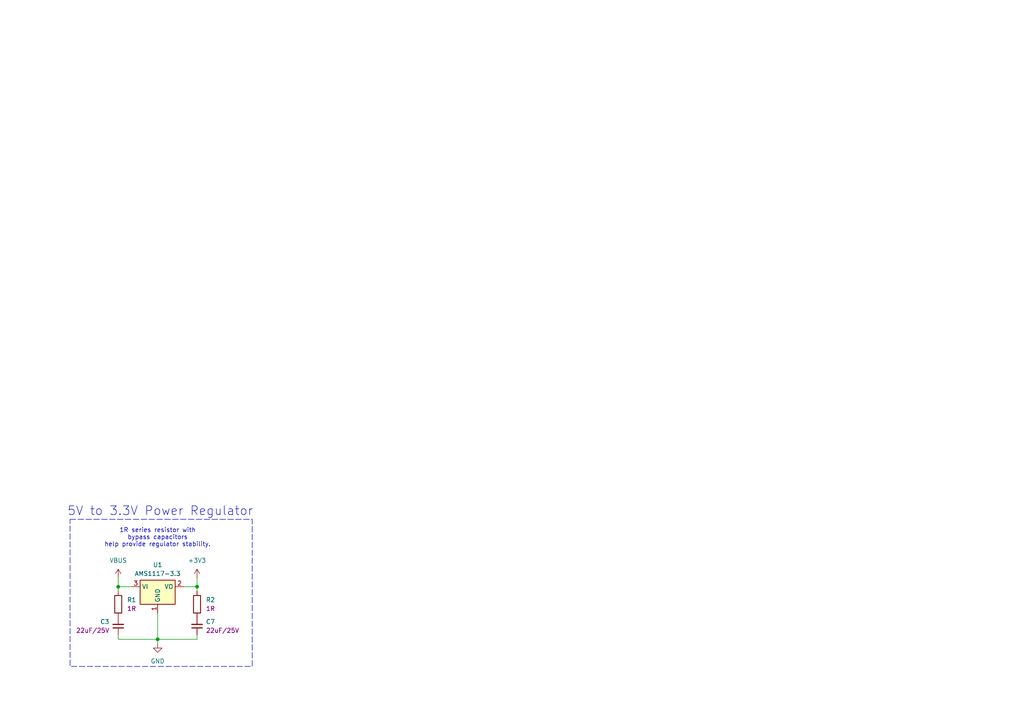
<source format=kicad_sch>
(kicad_sch (version 20250114) (generator "eeschema") (generator_version "9.0")
  (paper "A4")
  (lib_symbols
    (symbol "Lichen:1R_0603" (pin_numbers (hide yes)) (pin_names (offset 0))
      (property "Reference" "R7" (at 2.54 1.2701 0))
      (property "Display" "1R" (at 2.54 -1.2699 0))
      (symbol "1R_0603_0_1"
        (rectangle (start -1.016 -2.54) (end 1.016 2.54) (stroke (width 0.254)))
      )
      (symbol "1R_0603_1_1"
        (pin passive line (at 0 3.81 270) (length 1.27) (name "~") (number "1"))
        (pin passive line (at 0 -3.81 90) (length 1.27) (name "~") (number "2"))
      )
    )
    (symbol "Lichen:22uF_0805_25V" (pin_numbers (hide yes)) (pin_names (offset 0.254) (hide yes))
      (property "Reference" "C3" (at -2.54 -1.2765 0))
      (property "Display" "22uF/25V" (at -2.54 1.2635 0))
      (symbol "22uF_0805_25V_0_1"
        (polyline (pts (xy -1.524 0.508) (xy 1.524 0.508)) (stroke (width 0.3048)))
        (polyline (pts (xy -1.524 -0.508) (xy 1.524 -0.508)) (stroke (width 0.3302)))
      )
      (symbol "22uF_0805_25V_1_1"
        (pin passive line (at 0 2.54 270) (length 2.032) (name "~") (number "1"))
        (pin passive line (at 0 -2.54 90) (length 2.032) (name "~") (number "2"))
      )
    )
    (symbol "Regulator_Linear:LM1117MP-5.0"
      (property "Reference" "U" (at -3.81 3.175 0))
      (property "Value" "LM1117MP-5.0" (at 0 3.175 0))
      (symbol "LM1117MP-5.0_0_1"
        (rectangle (start -5.08 -5.08) (end 5.08 1.905) (stroke (width 0.254)) (fill (type background)))
      )
      (symbol "LM1117MP-5.0_1_1"
        (pin power_in line (at -7.62 0 0) (length 2.54) (name "VI") (number "3"))
        (pin power_in line (at 0 -7.62 90) (length 2.54) (name "GND") (number "1"))
        (pin power_out line (at 7.62 0 180) (length 2.54) (name "VO") (number "2"))
      )
    )
    (symbol "power:+3V3" (power) (pin_numbers (hide yes)) (pin_names (offset 0) (hide yes))
      (property "Value" "+3V3" (at 0 3.556 0))
      (symbol "+3V3_0_1"
        (polyline (pts (xy -0.762 1.27) (xy 0 2.54)))
        (polyline (pts (xy 0 2.54) (xy 0.762 1.27)))
        (polyline (pts (xy 0 0) (xy 0 2.54)))
      )
      (symbol "+3V3_1_1"
        (pin power_in line (at 0 0 90) (length 0) (name "~") (number "1"))
      )
    )
    (symbol "power:GND" (power) (pin_numbers (hide yes)) (pin_names (offset 0) (hide yes))
      (property "Value" "GND" (at 0 -3.81 0))
      (symbol "GND_0_1"
        (polyline (pts (xy 0 0) (xy 0 -1.27) (xy 1.27 -1.27) (xy 0 -2.54) (xy -1.27 -1.27) (xy 0 -1.27)))
      )
      (symbol "GND_1_1"
        (pin power_in line (at 0 0 270) (length 0) (name "~") (number "1"))
      )
    )
    (symbol "power:VBUS" (power) (pin_numbers (hide yes)) (pin_names (offset 0) (hide yes))
      (property "Value" "VBUS" (at 0 3.556 0))
      (symbol "VBUS_0_1"
        (polyline (pts (xy -0.762 1.27) (xy 0 2.54)))
        (polyline (pts (xy 0 2.54) (xy 0.762 1.27)))
        (polyline (pts (xy 0 0) (xy 0 2.54)))
      )
      (symbol "VBUS_1_1"
        (pin power_in line (at 0 0 90) (length 0) (name "~") (number "1"))
      )
    )
  )
  (rectangle (start 20.32 150.622) (end 73.152 193.294) (stroke (width 0) (type dash)))
  (text "1R series resistor with\nbypass capacitors\nhelp provide regulator stability." (at 45.72 155.956 0) (effects (font (size 1.27 1.27))))
  (text "5V to 3.3V Power Regulator" (at 46.482 148.336 0) (effects (font (size 2.54 2.54))))
  (junction (at 34.29 170.18))
  (junction (at 45.72 185.42))
  (junction (at 57.15 170.18))
  (wire (pts (xy 57.15 170.18) (xy 57.15 171.45)))
  (wire (pts (xy 57.15 170.18) (xy 53.34 170.18)))
  (wire (pts (xy 57.15 184.15) (xy 57.15 185.42)))
  (wire (pts (xy 34.29 185.42) (xy 45.72 185.42)))
  (wire (pts (xy 34.29 167.64) (xy 34.29 170.18)))
  (wire (pts (xy 45.72 186.69) (xy 45.72 185.42)))
  (wire (pts (xy 45.72 177.8) (xy 45.72 185.42)))
  (wire (pts (xy 57.15 185.42) (xy 45.72 185.42)))
  (wire (pts (xy 34.29 170.18) (xy 38.1 170.18)))
  (wire (pts (xy 34.29 170.18) (xy 34.29 171.45)))
  (wire (pts (xy 34.29 184.15) (xy 34.29 185.42)))
  (wire (pts (xy 57.15 167.64) (xy 57.15 170.18)))
  (symbol (lib_id "power:GND") (at 45.72 186.69 0) (unit 1)
    (property "Reference" "#PWR06" (effects (hide yes)))
    (property "Value" "GND" (at 45.72 191.77 0))
    (property "Description" "Power symbol creates a global label with name \"GND\" , ground" (effects (hide yes)))
    (instances (project "" (path "" (reference "#PWR06") (unit 1))) (project "active-vactrol-vca-board" (path "" (reference "#PWR014") (unit 1))))
  )
  (symbol (lib_id "Lichen:1R_0603") (at 57.15 175.26 0) (unit 1)
    (property "Reference" "R2" (at 59.69 173.9899 0) (effects (justify left)))
    (property "Value" "100R_0603" (effects (hide yes)))
    (property "Footprint" "Lichen:R_0603" (effects (hide yes)))
    (property "Datasheet" "https://jlcpcb.com/api/file/downloadByFileSystemAccessId/8579706155561910272" (effects (hide yes)))
    (property "Description" "100mW 1Ω 75V ±1% 0603" (effects (hide yes)))
    (property "Specifications" "100mW 1Ω 75V ±1%" (effects (hide yes)))
    (property "Manufacturer" " UNI-ROYAL(Uniroyal Elec)" (effects (hide yes)))
    (property "Part Number" "0603WAF100KT5E " (effects (hide yes)))
    (property "Display" "1R" (at 59.69 176.5299 0) (effects (justify left)))
    (property "LCSC" "C22936" (effects (hide yes)))
    (instances (project "" (path "" (reference "R2") (unit 1))) (project "" (path "" (reference "R7") (unit 1))))
  )
  (symbol (lib_id "power:+3V3") (at 57.15 167.64 0) (unit 1)
    (property "Reference" "#PWR08" (effects (hide yes)))
    (property "Value" "+3V3" (at 57.15 162.56 0))
    (property "Description" "Power symbol creates a global label with name \"+3V3\"" (effects (hide yes)))
  )
  (symbol (lib_id "Lichen:22uF_0805_25V") (at 34.29 181.61 0) (mirror x) (unit 1)
    (property "Reference" "C3" (at 31.75 180.3335 0) (effects (justify right)))
    (property "Value" "22uF_0805_25V" (effects (hide yes)))
    (property "Footprint" "Lichen:C_0805" (effects (hide yes)))
    (property "Datasheet" "https://jlcpcb.com/api/file/downloadByFileSystemAccessId/8579706866429190144" (effects (hide yes)))
    (property "Description" "22uF 25V X5R ±20% 0805 MLCC" (effects (hide yes)))
    (property "Manufacturer" "Samsung Electro-Mechanics" (effects (hide yes)))
    (property "Part Number" "CL21A226MAQNNNE" (effects (hide yes)))
    (property "Display" "22uF/25V" (at 31.75 182.8735 0) (effects (justify right)))
    (property "LCSC" "C45783" (effects (hide yes)))
  )
  (symbol (lib_id "Regulator_Linear:LM1117MP-5.0") (at 45.72 170.18 0) (unit 1)
    (property "Reference" "U1" (at 45.72 163.83 0))
    (property "Value" "AMS1117-3.3" (at 45.72 166.37 0))
    (property "Footprint" "Package_TO_SOT_SMD:SOT-223-3_TabPin2" (effects (hide yes)))
    (property "Datasheet" "http://www.ti.com/lit/ds/symlink/lm1117.pdf" (effects (hide yes)))
    (property "Description" "800mA Low-Dropout Linear Regulator, 3.3V fixed output, SOT-223" (effects (hide yes)))
    (property "Manufacturer" "Advanced Monolithic Systems" (effects (hide yes)))
    (property "Part Number" "AMS1117-3.3" (effects (hide yes)))
    (property "LCSC" "C6186" (effects (hide yes)))
    (instances (project "" (path "" (reference "U1") (unit 1))) (project "" (path "" (reference "U7") (unit 1))))
  )
  (symbol (lib_id "power:VBUS") (at 34.29 167.64 0) (unit 1)
    (property "Reference" "#PWR04" (effects (hide yes)))
    (property "Value" "VBUS" (at 34.29 162.56 0))
    (property "Description" "Power symbol creates a global label with name \"VBUS\"" (effects (hide yes)))
  )
  (symbol (lib_id "Lichen:1R_0603") (at 34.29 175.26 0) (unit 1)
    (property "Reference" "R1" (at 36.83 173.9899 0) (effects (justify left)))
    (property "Value" "1R" (effects (hide yes)))
    (property "Footprint" "Lichen:R_0603" (effects (hide yes)))
    (property "Datasheet" "https://jlcpcb.com/api/file/downloadByFileSystemAccessId/8579706155561910272" (effects (hide yes)))
    (property "Description" "100mW 1Ω 75V ±1% 0603" (effects (hide yes)))
    (property "Specifications" "100mW 1Ω 75V ±1%" (effects (hide yes)))
    (property "Manufacturer" " UNI-ROYAL(Uniroyal Elec)" (effects (hide yes)))
    (property "Part Number" "0603WAF100KT5E " (effects (hide yes)))
    (property "Display" "1R" (at 36.83 176.5299 0) (effects (justify left)))
    (property "LCSC" "C22936" (effects (hide yes)))
    (instances (project "" (path "" (reference "R1") (unit 1))) (project "" (path "" (reference "R6") (unit 1))))
  )
  (symbol (lib_id "Lichen:22uF_0805_25V") (at 57.15 181.61 180) (unit 1)
    (property "Reference" "C7" (at 59.69 180.3335 0) (effects (justify right)))
    (property "Value" "22uF_0805_25V" (effects (hide yes)))
    (property "Footprint" "Lichen:C_0805" (effects (hide yes)))
    (property "Datasheet" "https://jlcpcb.com/api/file/downloadByFileSystemAccessId/8579706866429190144" (effects (hide yes)))
    (property "Description" "22uF 25V X5R ±20% 0805 MLCC" (effects (hide yes)))
    (property "Manufacturer" "Samsung Electro-Mechanics" (effects (hide yes)))
    (property "Part Number" "CL21A226MAQNNNE" (effects (hide yes)))
    (property "Display" "22uF/25V" (at 59.69 182.8735 0) (effects (justify right)))
    (property "LCSC" "C45783" (effects (hide yes)))
    (instances (project "" (path "" (reference "C7") (unit 1))) (project "" (path "" (reference "C6") (unit 1))))
  )
)
</source>
